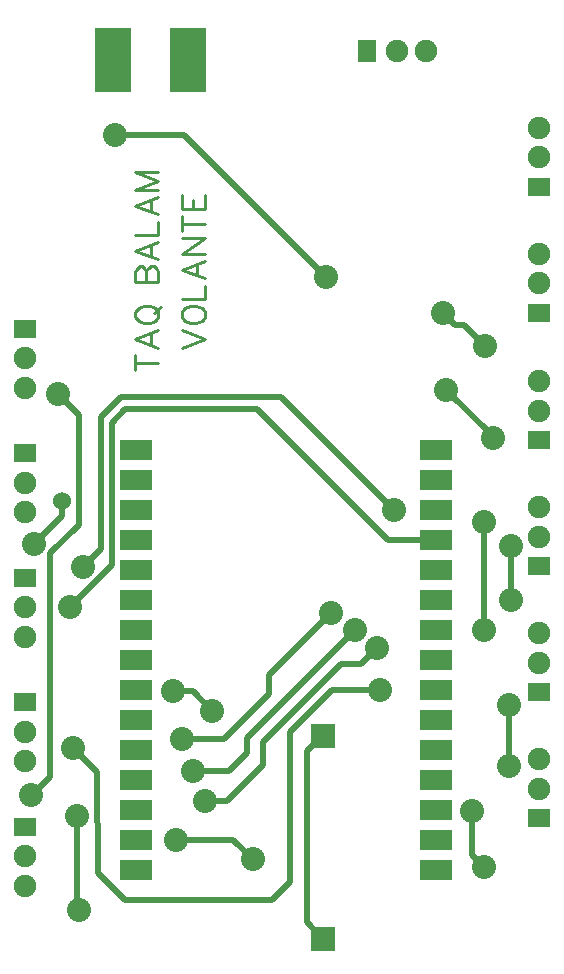
<source format=gtl>
G04 Layer: TopLayer*
G04 EasyEDA v6.5.20, 2022-10-25 19:45:01*
G04 004633172ca84307b0cb9a9d689fa423,9a860c5992af436183867cf7ac43f068,10*
G04 Gerber Generator version 0.2*
G04 Scale: 100 percent, Rotated: No, Reflected: No *
G04 Dimensions in inches *
G04 leading zeros omitted , absolute positions ,3 integer and 6 decimal *
%FSLAX36Y36*%
%MOIN*%

%AMMACRO1*21,1,$1,$2,0,0,$3*%
%ADD10C,0.0100*%
%ADD11C,0.0200*%
%ADD12R,0.0600X0.0750*%
%ADD13C,0.0750*%
%ADD14R,0.0750X0.0600*%
%ADD15MACRO1,0.2126X0.1182X90.0000*%
%ADD16R,0.1083X0.0700*%
%ADD17R,0.0800X0.0800*%
%ADD18C,0.0800*%
%ADD19C,0.0600*%
%ADD20C,0.0153*%

%LPD*%
D10*
X529299Y2165500D02*
G01*
X605599Y2165500D01*
X529299Y2140000D02*
G01*
X529299Y2190900D01*
X529299Y2244000D02*
G01*
X605599Y2214899D01*
X529299Y2244000D02*
G01*
X605599Y2273099D01*
X580199Y2225799D02*
G01*
X580199Y2262199D01*
X529299Y2318899D02*
G01*
X532899Y2311599D01*
X540199Y2304400D01*
X547500Y2300700D01*
X558400Y2297100D01*
X576500Y2297100D01*
X587500Y2300700D01*
X594699Y2304400D01*
X601999Y2311599D01*
X605599Y2318899D01*
X605599Y2333499D01*
X601999Y2340700D01*
X594699Y2348000D01*
X587500Y2351599D01*
X576500Y2355300D01*
X558400Y2355300D01*
X547500Y2351599D01*
X540199Y2348000D01*
X532899Y2340700D01*
X529299Y2333499D01*
X529299Y2318899D01*
X591100Y2329800D02*
G01*
X612899Y2351599D01*
X529299Y2435300D02*
G01*
X605599Y2435300D01*
X529299Y2435300D02*
G01*
X529299Y2468000D01*
X532899Y2478899D01*
X536500Y2482500D01*
X543800Y2486199D01*
X551100Y2486199D01*
X558400Y2482500D01*
X561999Y2478899D01*
X565599Y2468000D01*
X565599Y2435300D02*
G01*
X565599Y2468000D01*
X569299Y2478899D01*
X572899Y2482500D01*
X580199Y2486199D01*
X591100Y2486199D01*
X598400Y2482500D01*
X601999Y2478899D01*
X605599Y2468000D01*
X605599Y2435300D01*
X529299Y2539299D02*
G01*
X605599Y2510200D01*
X529299Y2539299D02*
G01*
X605599Y2568400D01*
X580199Y2521100D02*
G01*
X580199Y2557500D01*
X529299Y2592399D02*
G01*
X605599Y2592399D01*
X605599Y2592399D02*
G01*
X605599Y2635999D01*
X529299Y2689099D02*
G01*
X605599Y2660000D01*
X529299Y2689099D02*
G01*
X605599Y2718200D01*
X580199Y2670900D02*
G01*
X580199Y2707300D01*
X529299Y2742199D02*
G01*
X605599Y2742199D01*
X529299Y2742199D02*
G01*
X605599Y2771300D01*
X529299Y2800399D02*
G01*
X605599Y2771300D01*
X529299Y2800399D02*
G01*
X605599Y2800399D01*
X684299Y2214551D02*
G01*
X760600Y2243651D01*
X684299Y2272750D02*
G01*
X760600Y2243651D01*
X684299Y2318551D02*
G01*
X687899Y2311251D01*
X695199Y2304050D01*
X702500Y2300351D01*
X713400Y2296750D01*
X731500Y2296750D01*
X742500Y2300351D01*
X749699Y2304050D01*
X756999Y2311251D01*
X760600Y2318551D01*
X760600Y2333051D01*
X756999Y2340351D01*
X749699Y2347651D01*
X742500Y2351251D01*
X731500Y2354951D01*
X713400Y2354951D01*
X702500Y2351251D01*
X695199Y2347651D01*
X687899Y2340351D01*
X684299Y2333051D01*
X684299Y2318551D01*
X684299Y2378951D02*
G01*
X760600Y2378951D01*
X760600Y2378951D02*
G01*
X760600Y2422550D01*
X684299Y2475650D02*
G01*
X760600Y2446550D01*
X684299Y2475650D02*
G01*
X760600Y2504751D01*
X735199Y2457451D02*
G01*
X735199Y2493850D01*
X684299Y2528751D02*
G01*
X760600Y2528751D01*
X684299Y2528751D02*
G01*
X760600Y2579650D01*
X684299Y2579650D02*
G01*
X760600Y2579650D01*
X684299Y2629050D02*
G01*
X760600Y2629050D01*
X684299Y2603651D02*
G01*
X684299Y2654551D01*
X684299Y2678551D02*
G01*
X760600Y2678551D01*
X684299Y2678551D02*
G01*
X684299Y2725850D01*
X720599Y2678551D02*
G01*
X720599Y2707651D01*
X760600Y2678551D02*
G01*
X760600Y2725850D01*
D11*
X335000Y655000D02*
G01*
X335000Y345000D01*
X340000Y340000D01*
X665000Y575000D02*
G01*
X855000Y575000D01*
X920000Y510000D01*
X1780000Y1375000D02*
G01*
X1780000Y1555000D01*
X1690000Y1275000D02*
G01*
X1690000Y1635000D01*
X1690000Y485000D02*
G01*
X1650000Y525000D01*
X1650000Y670000D01*
X785000Y1005000D02*
G01*
X720000Y1070000D01*
X655000Y1070000D01*
X180000Y725000D02*
G01*
X185000Y725000D01*
X245000Y785000D01*
X245000Y1530000D01*
X340000Y1625000D01*
X340000Y1990000D01*
X270000Y2060000D01*
X310000Y1350000D02*
G01*
X450000Y1490000D01*
X450000Y1965000D01*
X495000Y2010000D01*
X935000Y2010000D01*
X1370000Y1575000D01*
X1530000Y1575000D01*
X355000Y1485000D02*
G01*
X415000Y1545000D01*
X415000Y1985000D01*
X480000Y2050000D01*
X1015000Y2050000D01*
X1390000Y1675000D01*
X1565000Y2075000D02*
G01*
X1720000Y1920000D01*
X1720000Y1915000D01*
X760000Y705000D02*
G01*
X835000Y705000D01*
X955000Y825000D01*
X955000Y900000D01*
X1215000Y1160000D01*
X1280000Y1160000D01*
X1335000Y1215000D01*
X720000Y805000D02*
G01*
X840000Y805000D01*
X900000Y865000D01*
X900000Y915000D01*
X1260000Y1275000D01*
X685000Y910000D02*
G01*
X825000Y910000D01*
X975000Y1060000D01*
X975000Y1125000D01*
X1180000Y1330000D01*
X1555000Y2330000D02*
G01*
X1595000Y2290000D01*
X1625000Y2290000D01*
X1695000Y2220000D01*
X190000Y1560000D02*
G01*
X285000Y1655000D01*
X285000Y1705000D01*
X1165000Y2450000D02*
G01*
X690000Y2925000D01*
X460000Y2925000D01*
X1345000Y1075000D02*
G01*
X1185000Y1075000D01*
X1045000Y935000D01*
X1045000Y435000D01*
X985000Y375000D01*
X495000Y375000D01*
X405000Y465000D01*
X400000Y800000D01*
X320000Y880000D01*
X1775000Y820000D02*
G01*
X1775000Y1025000D01*
X1155000Y245000D02*
G01*
X1100000Y300000D01*
X1100000Y872500D01*
X1150000Y922500D01*
D12*
G01*
X1301580Y3205000D03*
D13*
G01*
X1400010Y3205000D03*
G01*
X1498419Y3205000D03*
D14*
G01*
X1875000Y2751570D03*
D13*
G01*
X1875000Y2850000D03*
G01*
X1875000Y2948420D03*
D14*
G01*
X1875000Y2331570D03*
D13*
G01*
X1875000Y2430000D03*
G01*
X1875000Y2528420D03*
D14*
G01*
X1875000Y1906570D03*
D13*
G01*
X1875000Y2005000D03*
G01*
X1875000Y2103420D03*
D14*
G01*
X1875000Y1486570D03*
D13*
G01*
X1875000Y1585000D03*
G01*
X1875000Y1683420D03*
D14*
G01*
X1875000Y1066570D03*
D13*
G01*
X1875000Y1165000D03*
G01*
X1875000Y1263420D03*
D14*
G01*
X1875000Y646570D03*
D13*
G01*
X1875000Y745000D03*
G01*
X1875000Y843420D03*
D14*
G01*
X160000Y2278420D03*
D13*
G01*
X160000Y2179989D03*
G01*
X160000Y2081570D03*
D14*
G01*
X160000Y1863420D03*
D13*
G01*
X160000Y1764989D03*
G01*
X160000Y1666570D03*
D14*
G01*
X160000Y1448420D03*
D13*
G01*
X160000Y1349989D03*
G01*
X160000Y1251570D03*
D14*
G01*
X160000Y1033420D03*
D13*
G01*
X160000Y934989D03*
G01*
X160000Y836570D03*
D14*
G01*
X160000Y618420D03*
D13*
G01*
X160000Y519989D03*
G01*
X160000Y421570D03*
D15*
G01*
X704995Y3175000D03*
G01*
X454995Y3175000D03*
D16*
G01*
X530000Y1875250D03*
G01*
X1530000Y1875000D03*
G01*
X530000Y1775000D03*
G01*
X1530000Y1775000D03*
G01*
X530000Y1675000D03*
G01*
X1530000Y1675000D03*
G01*
X530000Y1575000D03*
G01*
X1530000Y1575000D03*
G01*
X530000Y1475000D03*
G01*
X1530000Y1475000D03*
G01*
X530000Y1375000D03*
G01*
X1530000Y1375000D03*
G01*
X530000Y1275000D03*
G01*
X1530000Y1275000D03*
G01*
X530000Y1175000D03*
G01*
X1530000Y1175000D03*
G01*
X530000Y1075000D03*
G01*
X1530000Y1075000D03*
G01*
X530000Y975000D03*
G01*
X1530000Y975000D03*
G01*
X530000Y875000D03*
G01*
X1530000Y875000D03*
G01*
X530000Y775000D03*
G01*
X1530000Y775000D03*
G01*
X530000Y675000D03*
G01*
X1530000Y675000D03*
G01*
X530000Y575000D03*
G01*
X1530000Y575000D03*
G01*
X530000Y475000D03*
G01*
X1530000Y475000D03*
D17*
G01*
X1155000Y245000D03*
G01*
X1155000Y920000D03*
D18*
G01*
X1690000Y485000D03*
G01*
X1650000Y670000D03*
G01*
X785000Y1005000D03*
G01*
X655000Y1070000D03*
G01*
X310000Y1350000D03*
G01*
X1165000Y2450000D03*
G01*
X460000Y2925000D03*
G01*
X1775000Y820000D03*
G01*
X1775000Y1025000D03*
G01*
X1690000Y1275000D03*
G01*
X1690000Y1635000D03*
G01*
X1780000Y1375000D03*
G01*
X1780000Y1555000D03*
G01*
X1345000Y1075000D03*
G01*
X320000Y880000D03*
G01*
X665000Y575000D03*
G01*
X920000Y510000D03*
G01*
X335000Y655000D03*
G01*
X340000Y340000D03*
G01*
X180000Y725000D03*
G01*
X270000Y2060000D03*
G01*
X190000Y1560000D03*
D19*
G01*
X285000Y1705000D03*
D18*
G01*
X355000Y1485000D03*
G01*
X1390000Y1675000D03*
G01*
X760000Y705000D03*
G01*
X1335000Y1215000D03*
G01*
X1565000Y2075000D03*
G01*
X1720000Y1915000D03*
G01*
X720000Y805000D03*
G01*
X1260000Y1275000D03*
G01*
X685000Y910000D03*
G01*
X1180000Y1330000D03*
G01*
X1555000Y2330000D03*
G01*
X1695000Y2220000D03*
M02*

</source>
